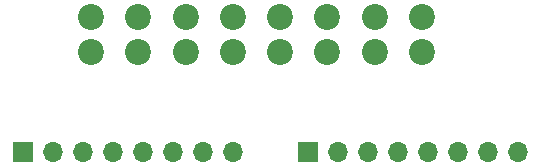
<source format=gbr>
%TF.GenerationSoftware,KiCad,Pcbnew,5.1.10*%
%TF.CreationDate,2021-08-17T12:22:00-04:00*%
%TF.ProjectId,OBD_BO,4f42445f-424f-42e6-9b69-6361645f7063,rev?*%
%TF.SameCoordinates,Original*%
%TF.FileFunction,Soldermask,Top*%
%TF.FilePolarity,Negative*%
%FSLAX46Y46*%
G04 Gerber Fmt 4.6, Leading zero omitted, Abs format (unit mm)*
G04 Created by KiCad (PCBNEW 5.1.10) date 2021-08-17 12:22:00*
%MOMM*%
%LPD*%
G01*
G04 APERTURE LIST*
%ADD10O,1.700000X1.700000*%
%ADD11R,1.700000X1.700000*%
%ADD12C,2.200000*%
G04 APERTURE END LIST*
D10*
%TO.C,J3*%
X125730000Y-85090000D03*
X123190000Y-85090000D03*
X120650000Y-85090000D03*
X118110000Y-85090000D03*
X115570000Y-85090000D03*
X113030000Y-85090000D03*
X110490000Y-85090000D03*
D11*
X107950000Y-85090000D03*
%TD*%
D10*
%TO.C,J2*%
X101600000Y-85090000D03*
X99060000Y-85090000D03*
X96520000Y-85090000D03*
X93980000Y-85090000D03*
X91440000Y-85090000D03*
X88900000Y-85090000D03*
X86360000Y-85090000D03*
D11*
X83820000Y-85090000D03*
%TD*%
D12*
%TO.C,J1*%
X117600000Y-76660000D03*
X113600000Y-76660000D03*
X109600000Y-76660000D03*
X105600000Y-76660000D03*
X101600000Y-76660000D03*
X97600000Y-76660000D03*
X93600000Y-76660000D03*
X89600000Y-76660000D03*
X117600000Y-73660000D03*
X113600000Y-73660000D03*
X109600000Y-73660000D03*
X105600000Y-73660000D03*
X101600000Y-73660000D03*
X97600000Y-73660000D03*
X93600000Y-73660000D03*
X89600000Y-73660000D03*
%TD*%
M02*

</source>
